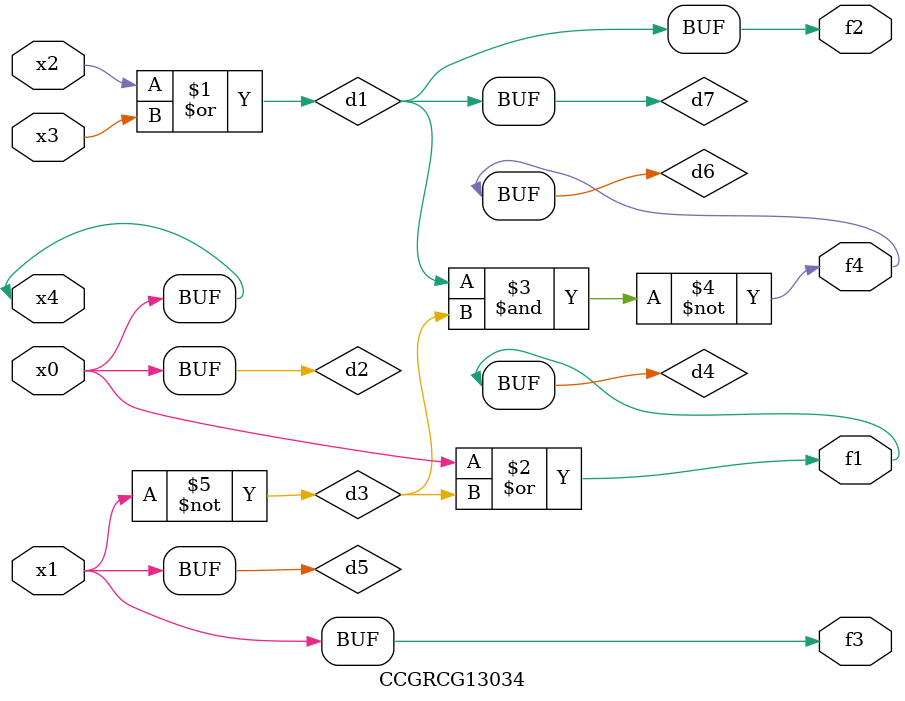
<source format=v>
module CCGRCG13034(
	input x0, x1, x2, x3, x4,
	output f1, f2, f3, f4
);

	wire d1, d2, d3, d4, d5, d6, d7;

	or (d1, x2, x3);
	buf (d2, x0, x4);
	not (d3, x1);
	or (d4, d2, d3);
	not (d5, d3);
	nand (d6, d1, d3);
	or (d7, d1);
	assign f1 = d4;
	assign f2 = d7;
	assign f3 = d5;
	assign f4 = d6;
endmodule

</source>
